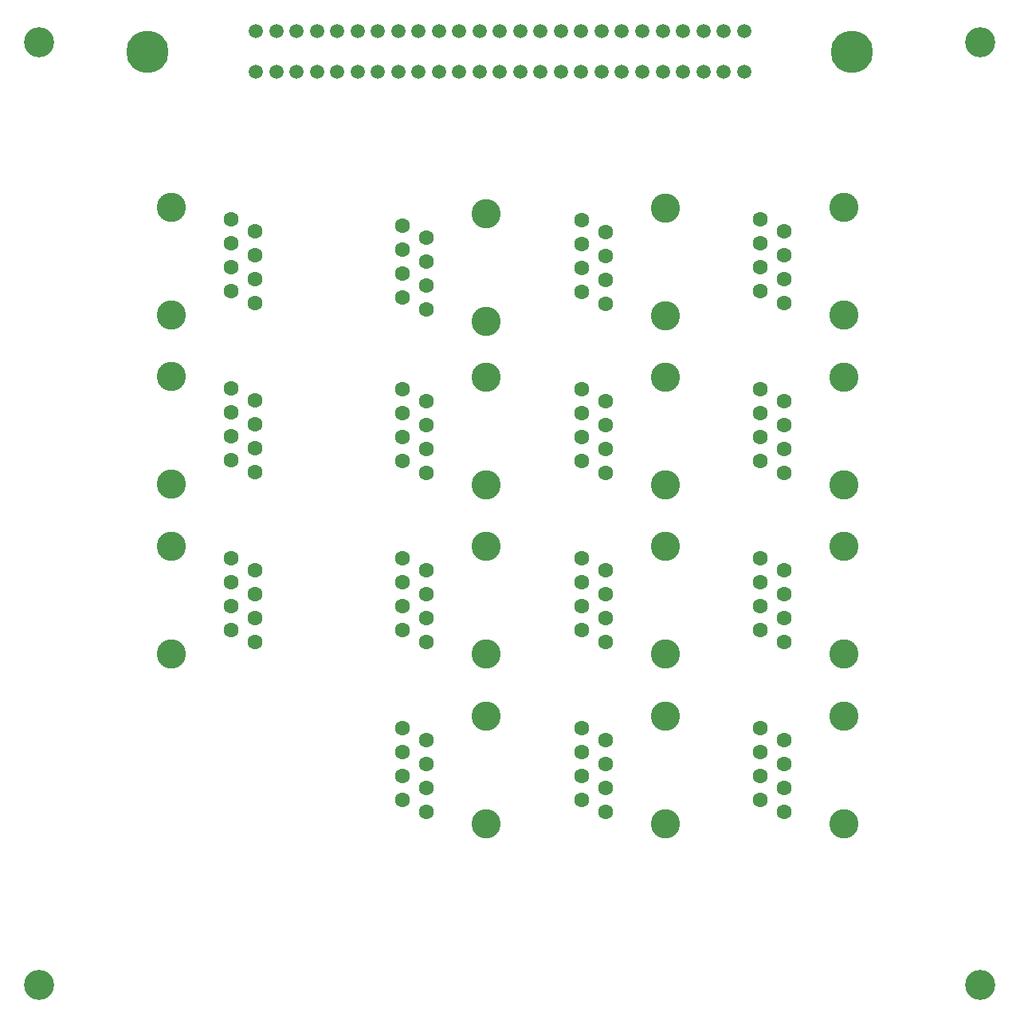
<source format=gbs>
%TF.GenerationSoftware,KiCad,Pcbnew,(6.0.11)*%
%TF.CreationDate,2024-01-05T15:28:55+00:00*%
%TF.ProjectId,RJ21_RJ45_PRIMARY_BREAKOUT,524a3231-5f52-44a3-9435-5f5052494d41,rev?*%
%TF.SameCoordinates,Original*%
%TF.FileFunction,Soldermask,Bot*%
%TF.FilePolarity,Negative*%
%FSLAX46Y46*%
G04 Gerber Fmt 4.6, Leading zero omitted, Abs format (unit mm)*
G04 Created by KiCad (PCBNEW (6.0.11)) date 2024-01-05 15:28:55*
%MOMM*%
%LPD*%
G01*
G04 APERTURE LIST*
%ADD10C,4.500000*%
%ADD11C,1.500000*%
%ADD12C,3.100000*%
%ADD13C,1.600000*%
%ADD14C,3.200000*%
G04 APERTURE END LIST*
D10*
%TO.C,J17*%
X121514994Y-60954995D03*
X196364994Y-60954995D03*
D11*
X184860036Y-63100000D03*
X182700032Y-63100000D03*
X180540029Y-63100000D03*
X178380033Y-63100000D03*
X176220029Y-63100000D03*
X174060025Y-63100000D03*
X171900022Y-63100000D03*
X169740018Y-63100000D03*
X167580026Y-63100000D03*
X165420015Y-63100000D03*
X163260019Y-63100000D03*
X161100000Y-63100000D03*
X158939996Y-63100000D03*
X156779992Y-63100000D03*
X154619989Y-63100000D03*
X152459985Y-63100000D03*
X150299981Y-63100000D03*
X148139978Y-63100000D03*
X145979974Y-63100000D03*
X143819970Y-63100000D03*
X141659963Y-63100000D03*
X139499959Y-63100000D03*
X137339955Y-63100000D03*
X135179952Y-63100000D03*
X133019948Y-63100000D03*
X184860036Y-58809999D03*
X182700032Y-58809999D03*
X180540029Y-58809999D03*
X178380033Y-58809999D03*
X176220029Y-58809999D03*
X174060025Y-58809999D03*
X171900022Y-58809999D03*
X169740018Y-58809999D03*
X167580026Y-58809999D03*
X165420015Y-58809999D03*
X163260019Y-58809999D03*
X161100000Y-58809999D03*
X158939996Y-58809999D03*
X156779992Y-58809999D03*
X154619989Y-58809999D03*
X152459985Y-58809999D03*
X150299981Y-58809999D03*
X148139978Y-58809999D03*
X145979974Y-58809999D03*
X143819970Y-58809999D03*
X141659963Y-58809999D03*
X139499959Y-58809999D03*
X137339955Y-58809999D03*
X135179952Y-58809999D03*
X133019948Y-58809999D03*
%TD*%
D12*
%TO.C,J8*%
X176500000Y-142930000D03*
X176500000Y-131500000D03*
D13*
X170150002Y-141660004D03*
X167610009Y-140390007D03*
X170150002Y-139120003D03*
X167610009Y-137850006D03*
X170150002Y-136580002D03*
X167610009Y-135310005D03*
X170150002Y-134040001D03*
X167610009Y-132770000D03*
%TD*%
D12*
%TO.C,J11*%
X157500000Y-113500000D03*
X157500000Y-124930000D03*
D13*
X151150002Y-123660004D03*
X148610009Y-122390007D03*
X151150002Y-121120003D03*
X148610009Y-119850006D03*
X151150002Y-118580002D03*
X148610009Y-117310005D03*
X151150002Y-116040001D03*
X148610009Y-114770000D03*
%TD*%
D12*
%TO.C,J5*%
X176500000Y-89000000D03*
X176500000Y-77570000D03*
D13*
X170150002Y-87730004D03*
X167610009Y-86460007D03*
X170150002Y-85190003D03*
X167610009Y-83920006D03*
X170150002Y-82650002D03*
X167610009Y-81380005D03*
X170150002Y-80110001D03*
X167610009Y-78840000D03*
%TD*%
D12*
%TO.C,J1*%
X195500000Y-88930000D03*
X195500000Y-77500000D03*
D13*
X189150002Y-87660004D03*
X186610009Y-86390007D03*
X189150002Y-85120003D03*
X186610009Y-83850006D03*
X189150002Y-82580002D03*
X186610009Y-81310005D03*
X189150002Y-80040001D03*
X186610009Y-78770000D03*
%TD*%
D12*
%TO.C,J7*%
X176500000Y-113500000D03*
X176500000Y-124930000D03*
D13*
X170150002Y-123660004D03*
X167610009Y-122390007D03*
X170150002Y-121120003D03*
X167610009Y-119850006D03*
X170150002Y-118580002D03*
X167610009Y-117310005D03*
X170150002Y-116040001D03*
X167610009Y-114770000D03*
%TD*%
D12*
%TO.C,J4*%
X195500000Y-131500000D03*
X195500000Y-142930000D03*
D13*
X189150002Y-141660004D03*
X186610009Y-140390007D03*
X189150002Y-139120003D03*
X186610009Y-137850006D03*
X189150002Y-136580002D03*
X186610009Y-135310005D03*
X189150002Y-134040001D03*
X186610009Y-132770000D03*
%TD*%
D12*
%TO.C,J14*%
X124000000Y-106882702D03*
X124000000Y-95452702D03*
D13*
X130349998Y-96722698D03*
X132889991Y-97992695D03*
X130349998Y-99262699D03*
X132889991Y-100532696D03*
X130349998Y-101802700D03*
X132889991Y-103072697D03*
X130349998Y-104342701D03*
X132889991Y-105612702D03*
%TD*%
D12*
%TO.C,J13*%
X124000000Y-113452702D03*
X124000000Y-124882702D03*
D13*
X130349998Y-114722698D03*
X132889991Y-115992695D03*
X130349998Y-117262699D03*
X132889991Y-118532696D03*
X130349998Y-119802700D03*
X132889991Y-121072697D03*
X130349998Y-122342701D03*
X132889991Y-123612702D03*
%TD*%
D12*
%TO.C,J10*%
X157500000Y-95500000D03*
X157500000Y-106930000D03*
D13*
X151150002Y-105660004D03*
X148610009Y-104390007D03*
X151150002Y-103120003D03*
X148610009Y-101850006D03*
X151150002Y-100580002D03*
X148610009Y-99310005D03*
X151150002Y-98040001D03*
X148610009Y-96770000D03*
%TD*%
D12*
%TO.C,J12*%
X157500000Y-131500000D03*
X157500000Y-142930000D03*
D13*
X151150002Y-141660004D03*
X148610009Y-140390007D03*
X151150002Y-139120003D03*
X148610009Y-137850006D03*
X151150002Y-136580002D03*
X148610009Y-135310005D03*
X151150002Y-134040001D03*
X148610009Y-132770000D03*
%TD*%
D12*
%TO.C,J15*%
X124000000Y-77522702D03*
X124000000Y-88952702D03*
D13*
X130349998Y-78792698D03*
X132889991Y-80062695D03*
X130349998Y-81332699D03*
X132889991Y-82602696D03*
X130349998Y-83872700D03*
X132889991Y-85142697D03*
X130349998Y-86412701D03*
X132889991Y-87682702D03*
%TD*%
D12*
%TO.C,J9*%
X157500000Y-78128649D03*
X157500000Y-89558649D03*
D13*
X151150002Y-88288653D03*
X148610009Y-87018656D03*
X151150002Y-85748652D03*
X148610009Y-84478655D03*
X151150002Y-83208651D03*
X148610009Y-81938654D03*
X151150002Y-80668650D03*
X148610009Y-79398649D03*
%TD*%
D12*
%TO.C,J2*%
X195500000Y-106930000D03*
X195500000Y-95500000D03*
D13*
X189150002Y-105660004D03*
X186610009Y-104390007D03*
X189150002Y-103120003D03*
X186610009Y-101850006D03*
X189150002Y-100580002D03*
X186610009Y-99310005D03*
X189150002Y-98040001D03*
X186610009Y-96770000D03*
%TD*%
D12*
%TO.C,J6*%
X176500000Y-95500000D03*
X176500000Y-106930000D03*
D13*
X170150002Y-105660004D03*
X167610009Y-104390007D03*
X170150002Y-103120003D03*
X167610009Y-101850006D03*
X170150002Y-100580002D03*
X167610009Y-99310005D03*
X170150002Y-98040001D03*
X167610009Y-96770000D03*
%TD*%
D14*
%TO.C,REF\u002A\u002A*%
X110000000Y-60000000D03*
%TD*%
%TO.C,REF\u002A\u002A*%
X210000000Y-60000000D03*
%TD*%
%TO.C,REF\u002A\u002A*%
X210000000Y-160000000D03*
%TD*%
%TO.C,REF\u002A\u002A*%
X110000000Y-160000000D03*
%TD*%
D12*
%TO.C,J3*%
X195500000Y-113500000D03*
X195500000Y-124930000D03*
D13*
X189150002Y-123660004D03*
X186610009Y-122390007D03*
X189150002Y-121120003D03*
X186610009Y-119850006D03*
X189150002Y-118580002D03*
X186610009Y-117310005D03*
X189150002Y-116040001D03*
X186610009Y-114770000D03*
%TD*%
M02*

</source>
